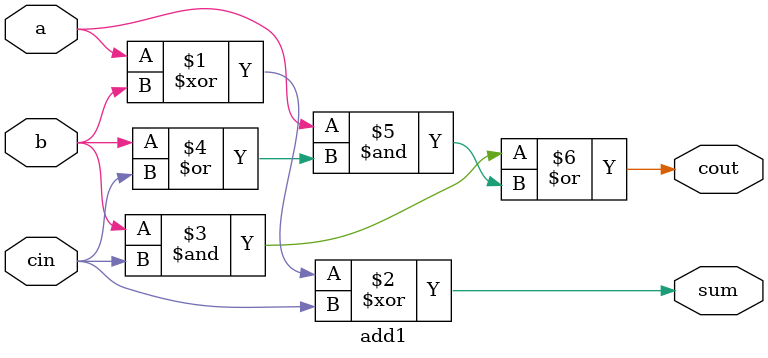
<source format=sv>
module top_module (
    input [31:0] a,
    input [31:0] b,
    output [31:0] sum
);
    wire c;
    add16 il(a[15:0], b[15:0], 0, sum[15:0], c);
    add16 iu(a[31:16], b[31:16], c, sum[31:16]);
endmodule

module add1 ( input a, input b, input cin, output sum, output cout );
// Full adder module here
    assign sum = a ^ b ^ cin;
    assign cout = (b & cin) | (a & (b | cin));
endmodule
</source>
